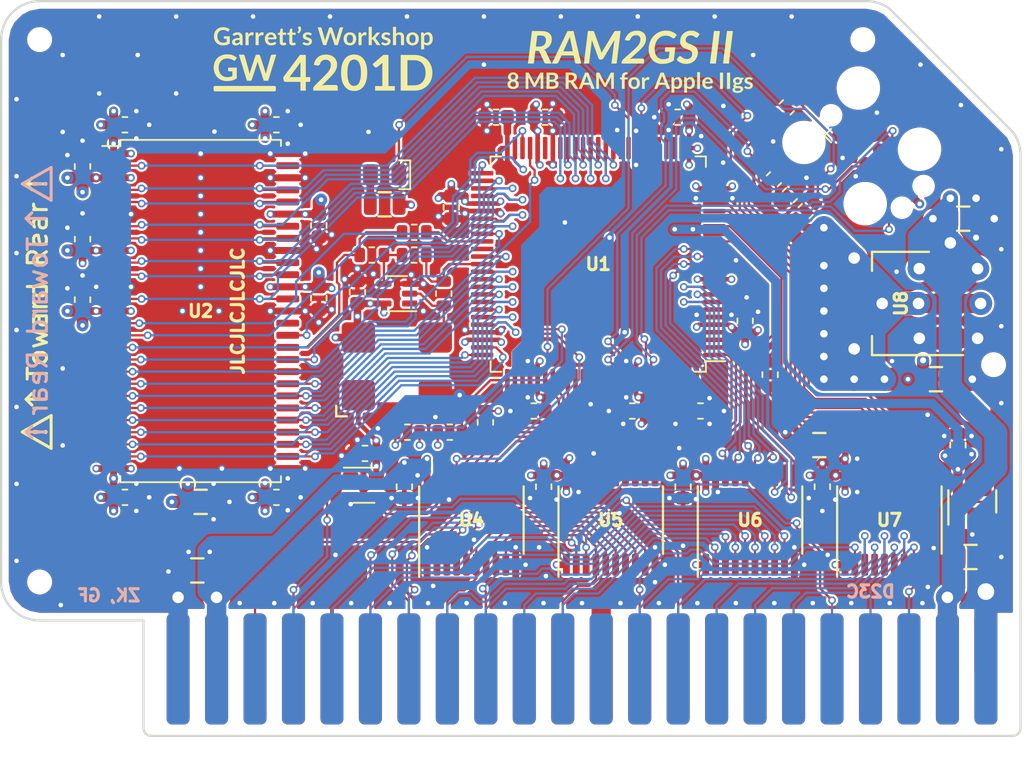
<source format=kicad_pcb>
(kicad_pcb
	(version 20240108)
	(generator "pcbnew")
	(generator_version "8.0")
	(general
		(thickness 1.6108)
		(legacy_teardrops no)
	)
	(paper "A4")
	(title_block
		(title "GW4201D (RAM2GS II) - LCMXO2-640 / LCMXO2-1200")
		(date "2025-02-14")
		(rev "2.3")
		(company "Garrett's Workshop")
	)
	(layers
		(0 "F.Cu" signal)
		(1 "In1.Cu" power)
		(2 "In2.Cu" power)
		(31 "B.Cu" signal)
		(32 "B.Adhes" user "B.Adhesive")
		(33 "F.Adhes" user "F.Adhesive")
		(34 "B.Paste" user)
		(35 "F.Paste" user)
		(36 "B.SilkS" user "B.Silkscreen")
		(37 "F.SilkS" user "F.Silkscreen")
		(38 "B.Mask" user)
		(39 "F.Mask" user)
		(40 "Dwgs.User" user "User.Drawings")
		(41 "Cmts.User" user "User.Comments")
		(42 "Eco1.User" user "User.Eco1")
		(43 "Eco2.User" user "User.Eco2")
		(44 "Edge.Cuts" user)
		(45 "Margin" user)
		(46 "B.CrtYd" user "B.Courtyard")
		(47 "F.CrtYd" user "F.Courtyard")
		(48 "B.Fab" user)
		(49 "F.Fab" user)
	)
	(setup
		(stackup
			(layer "F.SilkS"
				(type "Top Silk Screen")
			)
			(layer "F.Paste"
				(type "Top Solder Paste")
			)
			(layer "F.Mask"
				(type "Top Solder Mask")
				(thickness 0.01)
			)
			(layer "F.Cu"
				(type "copper")
				(thickness 0.035)
			)
			(layer "dielectric 1"
				(type "core")
				(thickness 0.2104)
				(material "FR4")
				(epsilon_r 4.6)
				(loss_tangent 0.02)
			)
			(layer "In1.Cu"
				(type "copper")
				(thickness 0.0175)
			)
			(layer "dielectric 2"
				(type "prepreg")
				(thickness 1.065)
				(material "FR4")
				(epsilon_r 4.5)
				(loss_tangent 0.02)
			)
			(layer "In2.Cu"
				(type "copper")
				(thickness 0.0175)
			)
			(layer "dielectric 3"
				(type "core")
				(thickness 0.2104)
				(material "FR4")
				(epsilon_r 4.6)
				(loss_tangent 0.02)
			)
			(layer "B.Cu"
				(type "copper")
				(thickness 0.035)
			)
			(layer "B.Mask"
				(type "Bottom Solder Mask")
				(thickness 0.01)
			)
			(layer "B.Paste"
				(type "Bottom Solder Paste")
			)
			(layer "B.SilkS"
				(type "Bottom Silk Screen")
			)
			(copper_finish "None")
			(dielectric_constraints no)
		)
		(pad_to_mask_clearance 0.0762)
		(solder_mask_min_width 0.127)
		(pad_to_paste_clearance -0.0381)
		(allow_soldermask_bridges_in_footprints no)
		(pcbplotparams
			(layerselection 0x00210f8_ffffffff)
			(plot_on_all_layers_selection 0x0000000_00000000)
			(disableapertmacros no)
			(usegerberextensions yes)
			(usegerberattributes no)
			(usegerberadvancedattributes no)
			(creategerberjobfile no)
			(dashed_line_dash_ratio 12.000000)
			(dashed_line_gap_ratio 3.000000)
			(svgprecision 4)
			(plotframeref no)
			(viasonmask no)
			(mode 1)
			(useauxorigin no)
			(hpglpennumber 1)
			(hpglpenspeed 20)
			(hpglpendiameter 15.000000)
			(pdf_front_fp_property_popups yes)
			(pdf_back_fp_property_popups yes)
			(dxfpolygonmode yes)
			(dxfimperialunits yes)
			(dxfusepcbnewfont yes)
			(psnegative no)
			(psa4output no)
			(plotreference yes)
			(plotvalue yes)
			(plotfptext yes)
			(plotinvisibletext no)
			(sketchpadsonfab no)
			(subtractmaskfromsilk yes)
			(outputformat 1)
			(mirror no)
			(drillshape 0)
			(scaleselection 1)
			(outputdirectory "gerber/")
		)
	)
	(net 0 "")
	(net 1 "GND")
	(net 2 "/FA15")
	(net 3 "/FA14")
	(net 4 "/FA13")
	(net 5 "/FA12")
	(net 6 "/FA11")
	(net 7 "/FA10")
	(net 8 "/~{CRAS}")
	(net 9 "/ABORT")
	(net 10 "/PH2")
	(net 11 "/~{CSEL}")
	(net 12 "/~{CROMSEL}")
	(net 13 "/CROW1")
	(net 14 "/CROW0")
	(net 15 "/~{CCAS}")
	(net 16 "/~{FWE}")
	(net 17 "/FRA1")
	(net 18 "/FRA2")
	(net 19 "/FRA0")
	(net 20 "/FRA7")
	(net 21 "/FRA5")
	(net 22 "/FRA4")
	(net 23 "/FRA3")
	(net 24 "/FRA6")
	(net 25 "/FRA8")
	(net 26 "/FRA9")
	(net 27 "/FD2")
	(net 28 "/FD7")
	(net 29 "/FD0")
	(net 30 "/FD6")
	(net 31 "/FD4")
	(net 32 "/FD5")
	(net 33 "/FD3")
	(net 34 "/FD1")
	(net 35 "+3V3")
	(net 36 "/Dout5")
	(net 37 "/Dout6")
	(net 38 "/Dout4")
	(net 39 "/Dout7")
	(net 40 "/Dout2")
	(net 41 "/Dout1")
	(net 42 "/Dout3")
	(net 43 "/Din3")
	(net 44 "/Din0")
	(net 45 "/Din1")
	(net 46 "/Din2")
	(net 47 "/Din7")
	(net 48 "/Din4")
	(net 49 "/Din6")
	(net 50 "/Din5")
	(net 51 "/~{WE}in")
	(net 52 "/Ain0")
	(net 53 "/Ain2")
	(net 54 "/Ain1")
	(net 55 "/PH2in")
	(net 56 "/~{CCAS}in")
	(net 57 "/CROWin0")
	(net 58 "/CROWin1")
	(net 59 "/~{CRAS}in")
	(net 60 "/RD0")
	(net 61 "/RD2")
	(net 62 "/RD1")
	(net 63 "/RD3")
	(net 64 "/RD7")
	(net 65 "/RD5")
	(net 66 "/RD6")
	(net 67 "/RD4")
	(net 68 "/Ain7")
	(net 69 "/Ain5")
	(net 70 "/Ain4")
	(net 71 "/Ain3")
	(net 72 "/Ain6")
	(net 73 "/Ain8")
	(net 74 "/Ain9")
	(net 75 "/DQMH")
	(net 76 "/CKE")
	(net 77 "/RA11")
	(net 78 "/RA9")
	(net 79 "/RA8")
	(net 80 "/RA7")
	(net 81 "/RA6")
	(net 82 "/RA5")
	(net 83 "/RA4")
	(net 84 "/RA3")
	(net 85 "/RA2")
	(net 86 "/RA1")
	(net 87 "/RA0")
	(net 88 "/RA10")
	(net 89 "/BA1")
	(net 90 "/BA0")
	(net 91 "/R~{CS}")
	(net 92 "/R~{RAS}")
	(net 93 "/R~{CAS}")
	(net 94 "/R~{WE}")
	(net 95 "/DQML")
	(net 96 "Net-(D1-A)")
	(net 97 "/TDI")
	(net 98 "unconnected-(J2-Pin_8-Pad8)")
	(net 99 "/TMS")
	(net 100 "/TDO")
	(net 101 "/TCK")
	(net 102 "+5V")
	(net 103 "unconnected-(J2-Pin_9-Pad9)")
	(net 104 "unconnected-(J2-Pin_10-Pad10)")
	(net 105 "+1V2")
	(net 106 "Net-(U7-B0)")
	(net 107 "unconnected-(U1-PB14A-Pad45)")
	(net 108 "unconnected-(U1-PB6D{slash}PCLKC_0-Pad35)")
	(net 109 "unconnected-(U1-PB6A{slash}MCLK{slash}CCLK-Pad31)")
	(net 110 "/~{PROG}")
	(net 111 "unconnected-(U1-PB4D-Pad30)")
	(net 112 "unconnected-(U1-PB4C-Pad29)")
	(net 113 "unconnected-(U1-PB4B-Pad28)")
	(net 114 "unconnected-(U1-PB4A{slash}CSSPIN-Pad27)")
	(net 115 "unconnected-(U1-PL3A-Pad7)")
	(net 116 "unconnected-(U1-PL2D{slash}PCLKC3_2-Pad4)")
	(net 117 "/DONE")
	(net 118 "/~{INIT}")
	(net 119 "Net-(U4-~{OE})")
	(net 120 "unconnected-(U9-NC-Pad1)")
	(net 121 "unconnected-(U10-NC-Pad1)")
	(net 122 "/LED")
	(net 123 "unconnected-(U11-NC-Pad4)")
	(net 124 "/TCKr")
	(net 125 "/RCLK")
	(net 126 "/RCLKout")
	(net 127 "/FCLK")
	(net 128 "/C60M")
	(net 129 "/~{C60M}")
	(net 130 "5VC")
	(net 131 "unconnected-(U1-NC-Pad61)")
	(net 132 "unconnected-(U1-NC-Pad89)")
	(net 133 "unconnected-(U2-NC-Pad40)")
	(footprint "stdpads:AppleIIgsMemoryExpansion_Edge" (layer "F.Cu") (at 84.328 135.382))
	(footprint "stdpads:C_0603" (layer "F.Cu") (at 51.35 106.9 90))
	(footprint "stdpads:C_0603" (layer "F.Cu") (at 51.35 102.1 90))
	(footprint "stdpads:C_0603" (layer "F.Cu") (at 54.15 99.35))
	(footprint "stdpads:C_0603" (layer "F.Cu") (at 64.15 123.95))
	(footprint "stdpads:C_0603" (layer "F.Cu") (at 64.15 99.35))
	(footprint "stdpads:C_0603" (layer "F.Cu") (at 66.95 110.8 -90))
	(footprint "stdpads:C_0603" (layer "F.Cu") (at 66.95 106 -90))
	(footprint "stdpads:C_0603" (layer "F.Cu") (at 51.35 110.9 90))
	(footprint "stdpads:C_0603" (layer "F.Cu") (at 54.15 123.95))
	(footprint "stdpads:PasteHole_1.1mm_PTH" (layer "F.Cu") (at 110.998 130.175))
	(footprint "stdpads:C_0603" (layer "F.Cu") (at 100.2 123.25 -90))
	(footprint "stdpads:TSSOP-20_4.4x6.5mm_P0.65mm" (layer "F.Cu") (at 95.425 125.45))
	(footprint "stdpads:C_0603" (layer "F.Cu") (at 91 123.25 -90))
	(footprint "stdpads:C_0603" (layer "F.Cu") (at 81.8 123.25 -90))
	(footprint "stdpads:TSSOP-20_4.4x6.5mm_P0.65mm" (layer "F.Cu") (at 104.625 125.45))
	(footprint "stdpads:C_0603" (layer "F.Cu") (at 72.6 123.25 -90))
	(footprint "stdpads:TSSOP-20_4.4x6.5mm_P0.65mm" (layer "F.Cu") (at 86.225 125.45))
	(footprint "stdpads:C_0805" (layer "F.Cu") (at 58.928 128.778 180))
	(footprint "stdpads:C_0805" (layer "F.Cu") (at 109.982 127.889))
	(footprint "stdpads:Fiducial" (layer "F.Cu") (at 100.33 93.726))
	(footprint "stdpads:SOT-223" (layer "F.Cu") (at 105.387 111.15))
	(footprint "stdpads:C_0805" (layer "F.Cu") (at 109.5 105.55))
	(footprint "stdpads:C_0805" (layer "F.Cu") (at 107.7 116.15))
	(footprint "stdpads:Fiducial" (layer "F.Cu") (at 51.054 93.726))
	(footprint "stdpads:SOT-353" (layer "F.Cu") (at 69.9 123.15 -90))
	(footprint "stdpads:Tag-Connect_TC2050-IDC-FP_2x05_P1.27mm_Vertical" (layer "F.Cu") (at 103.474 101.415 -45))
	(footprint "stdpads:TSSOP-20_4.4x6.5mm_P0.65mm" (layer "F.Cu") (at 77.025 125.45))
	(footprint "stdpads:TSOP-II-54_22.2x10.16mm_P0.8mm" (layer "F.Cu") (at 59.15 111.65 -90))
	(footprint "stdpads:Crystal_SMD_7050-4Pin_7.0x5.0mm_SiTime" (layer "F.Cu") (at 72.1 115.3))
	(footprint "stdpads:SOT-353" (layer "F.Cu") (at 72.1 110.5 90))
	(footprint "stdpads:C_0603" (layer "F.Cu") (at 69.5 110.4 90))
	(footprint "stdpads:PasteHole_1.152mm_NPTH" (layer "F.Cu") (at 48.514 93.726))
	(footprint "stdpads:PasteHole_1.152mm_NPTH" (layer "F.Cu") (at 102.87 93.726))
	(footprint "stdpads:C_0805" (layer "F.Cu") (at 59.15 124.25))
	(footprint "stdpads:C_0603" (layer "F.Cu") (at 70 121.05 180))
	(footprint "stdpads:TQFP-100_14x14mm_P0.5mm"
		(layer "F.Cu")
		(uuid "00000000-0000-0000-0000-0000608a17f1")
		(at 85.4 108.55 90)
		(descr "TQFP, 100 Pin (http://www.microsemi.com/index.php?option=com_docman&task=doc_download&gid=131095), generated with kicad-footprint-generator ipc_gullwing_generator.py")
		(tags "TQFP QFP")
		(property "Reference" "U1"
			(at 0 0 180)
			(layer "F.Fab")
			(uuid "b6a2a278-77ed-4f26-958d-463acbb0f064")
			(effects
				(font
					(size 0.8128 0.8128)
					(thickness 0.2032)
				)
			)
		)
		(property "Value" "LCMXO2-640HC-4TG100C"
			(at 1.05 0 180)
			(layer "F.Fab")
			(uuid "f3582b07-341b-47ed-8a37-75874bc17222")
			(effects
				(font
					(size 0.508 0.508)
					(thickness 0.127)
				)
			)
		)
		(property "Footprint" "stdpads:TQFP-100_14x14mm_P0.5mm"
			(at 0 0 90)
			(layer "F.Fab")
			(hide yes)
			(uuid "c8e2a59b-bd91-4414-8a1f-f20afa92fd06")
			(effects
				(font
					(size 1.27 1.27)
					(thickness 0.15)
				)
			)
		)
		(property "Datasheet" ""
			(at 0 0 90)
			(layer "F.Fab")
			(hide yes)
			(uuid "81064325-6fe3-41e6-a819-1ecb5d0e34ed")
			(effects
				(font
					(size 1.27 1.27)
					(thickness 0.15)
				)
			)
		)
		(property "Description" ""
			(at 0 0 90)
			(layer "F.Fab")
			(hide yes)
			(uuid "7719a852-c1e4-4f70-96a0-12c640c0c5b5")
			(effects
				(font
					(size 1.27 1.27)
					(thickness 0.15)
				)
			)
		)
		(property "LCSC Part" "C1519051"
			(at 0 0 90)
			(unlocked yes)
			(layer "F.Fab")
			(hide yes)
			(uuid "eede82c2-e469-4521-ba37-ecea5c04cf5e")
			(effects
				(font
					(size 1 1)
					(thickness 0.15)
				)
			)
		)
		(path "/00000000-0000-0000-0000-000060975873")
		(sheetname "Root")
		(sheetfile "RAM2GS.kicad_sch")
		(solder_mask_margin 0.024)
		(solder_paste_margin -0.035)
		(attr smd)
		(fp_line
			(start 7.11 -7.11)
			(end 6.41 -7.11)
			(stroke
				(width 0.12)
				(type solid)
			)
			(layer "F.SilkS")
			(uuid "d2916b1e-dab8-40d4-a245-f71cd8fea8cd")
		)
		(fp_line
			(start -7.11 -7.11)
			(end -6.41 -7.11)
			(stroke
				(width 0.12)
				(type solid)
			)
			(layer "F.SilkS")
			(uuid "392f7db8-f004-4a89-a8d9-920483a39604")
		)
		(fp_line
			(start 7.11 -6.41)
			(end 7.11 -7.11)
			(stroke
				(width 0.12)
				(type solid)
			)
			(layer "F.SilkS")
			(uuid "50de1ccb-36f8-4214-ae51-7c6a2859e239")
		)
		(fp_line
			(start -7.11 -6.41)
			(end -7.11 -7.11)
			(stroke
				(width 0.12)
				(type solid)
			)
			(layer "F.SilkS")
			(uuid "aa6c8800-1601-4ff2-8e9e-b84ab875b6d0")
		)
		(fp_line
			(start 7.11 6.41)
			(end 7.11 7.11)
			(stroke
				(width 0.12)
				(type solid)
			)
			(layer "F.SilkS")
			(uuid "b9673886-6ae5-4f3e-b7a2-b91d8f2822cc")
		)
		(fp_line
			(start -7.11 6.41)
			(end -7.11 7.11)
			(stroke
				(width 0.12)
				(type solid)
			)
			(layer "F.SilkS")
			(uuid "e38c3764-cdd7-4755-b20b-1e74344dba0e")
		)
		(fp_line
			(start 7.11 7.11)
			(end 6.41 7.11)
			(stroke
				(width 0.12)
				(type solid)
			)
			(layer "F.SilkS")
			(uuid "56e08bac-08cf-413b-ba49-98ecb8520ddf")
		)
		(fp_line
			(start -6.41 7.11)
			(end -6.41 8.4)
			(stroke
				(width 0.12)
				(type solid)
			)
			(layer "F.SilkS")
			(uuid "0ba18bc2-b529-4cf7-9a1c-04eadae58b19")
		)
		(fp_line
			(start -7.11 7.11)
			(end -6.41 7.11)
			(stroke
				(width 0.12)
				(type solid)
			)
			(layer "F.SilkS")
			(uuid "bcf36657-49f1-4fb4-b3d0-993b5e111823")
		)
		(fp_line
			(start 6.4 -8.65)
			(end 0 -8.65)
			(stroke
				(width 0.05)
				(type solid)
			)
			(layer "F.CrtYd")
			(uuid "50992f8a-6738-4b06-86cb-c7fa533c09b8")
		)
		(fp_line
			(start -6.4 -8.65)
			(end 0 -8.65)
			(stroke
				(width 0.05)
				(type solid)
			)
			(layer "F.CrtYd")
			(uuid "51b9bece-a98d-4267-a41e-f90608993b0f")
		)
		(fp_line
			(start 7.25 -7.25)
			(end 6.4 -7.25)
			(stroke
				(width 0.05)
				(type solid)
			)
			(layer "F.CrtYd")
			(uuid "e1e218b0-a4bd-433d-8021-fb981f406e69")
		)
		(fp_line
			(start 6.4 -7.25)
			(end 6.4 -8.65)
			(stroke
				(width 0.05)
				(type solid)
			)
			(layer "F.CrtYd")
			(uuid "3875da4a-818d-49f2-bc2e-f3ceb18fe906")
		)
		(fp_line
			(start -6.4 -7.25)
			(end -6.4 -8.65)
			(stroke
				(width 0.05)
				(type solid)
			)
			(layer "F.CrtYd")
			(uuid "ef468322-fb69-494d-9a4b-2d11df6575b9")
		)
		(fp_line
			(start -7.25 -7.25)
			(end -6.4 -7.25)
			(stroke
				(width 0.05)
				(type solid)
			)
			(layer "F.CrtYd")
			(uuid "caa27382-dc1d-4056-8bb4-26458fd0cbca")
		)
		(fp_line
			(start 8.65 -6.4)
			(end 7.25 -6.4)
			(stroke
				(width 0.05)
				(type solid)
			)
			(layer "F.CrtYd")
			(uuid "9a032f8c-ee2a-4a92-b68c-870654205192")
		)
		(fp_line
			(start 7.25 -6.4)
			(end 7.25 -7.25)
			(stroke
				(width 0.05)
				(type solid)
			)
			(layer "F.CrtYd")
			(uuid "853b234b-d8f1-4048-9c59-70bba3b0c80f")
		)
		(fp_line
			(start -7.25 -6.4)
			(end -7.25 -7.25)
			(stroke
				(width 0.05)
				(type solid)
			)
			(layer "F.CrtYd")
			(uuid "88f31b3a-e153-4910-ba04-fe18bba1acad")
		)
		(fp_line
			(start -8.65 -6.4)
			(end -7.25 -6.4)
			(stroke
				(width 0.05)
				(type solid)
			)
			(layer "F.CrtYd")
			(uuid "7594d765-42ae-4762-99ad-2e64535a68b0")
		)
		(fp_line
			(start 8.65 0)
			(end 8.65 -6.4)
			(
... [2056657 chars truncated]
</source>
